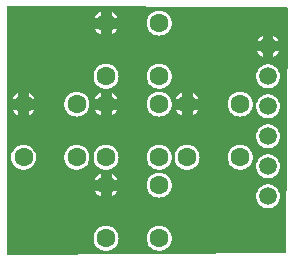
<source format=gbl>
G04 Layer: BottomLayer*
G04 EasyEDA v6.5.47, 2024-09-14 10:47:09*
G04 8a541bcae6964f6aac3218be08962530,df7e7e3c38a3447abd37b529b333d242,10*
G04 Gerber Generator version 0.2*
G04 Scale: 100 percent, Rotated: No, Reflected: No *
G04 Dimensions in millimeters *
G04 leading zeros omitted , absolute positions ,4 integer and 5 decimal *
%FSLAX45Y45*%
%MOMM*%

%ADD10C,1.5000*%
%ADD11C,1.5990*%

%LPD*%
G36*
X1851710Y6807250D02*
G01*
X1847799Y6808012D01*
X1844497Y6810197D01*
X1842262Y6813499D01*
X1841500Y6817410D01*
X1841500Y8905189D01*
X1842262Y8909100D01*
X1844497Y8912402D01*
X1847799Y8914587D01*
X1851710Y8915349D01*
X4206240Y8902750D01*
X4210100Y8901938D01*
X4213402Y8899753D01*
X4215587Y8896451D01*
X4216349Y8892540D01*
X4203750Y6829958D01*
X4202988Y6826097D01*
X4200804Y6822795D01*
X4197502Y6820611D01*
X4193641Y6819849D01*
G37*

%LPC*%
G36*
X3129940Y6841286D02*
G01*
X3143758Y6842201D01*
X3157321Y6844893D01*
X3170428Y6849313D01*
X3182823Y6855459D01*
X3194354Y6863130D01*
X3204768Y6872274D01*
X3213912Y6882688D01*
X3221583Y6894169D01*
X3227730Y6906615D01*
X3232150Y6919722D01*
X3234842Y6933285D01*
X3235756Y6947103D01*
X3234842Y6960920D01*
X3232150Y6974484D01*
X3227730Y6987590D01*
X3221583Y7000036D01*
X3213912Y7011517D01*
X3204768Y7021931D01*
X3194354Y7031075D01*
X3182823Y7038746D01*
X3170428Y7044893D01*
X3157321Y7049363D01*
X3143758Y7052056D01*
X3129940Y7052970D01*
X3116122Y7052056D01*
X3102559Y7049363D01*
X3089402Y7044893D01*
X3077006Y7038746D01*
X3065475Y7031075D01*
X3055112Y7021931D01*
X3045968Y7011517D01*
X3038246Y7000036D01*
X3032150Y6987590D01*
X3027680Y6974484D01*
X3024987Y6960920D01*
X3024073Y6947103D01*
X3024987Y6933285D01*
X3027680Y6919722D01*
X3032150Y6906615D01*
X3038246Y6894169D01*
X3045968Y6882688D01*
X3055112Y6872274D01*
X3065475Y6863130D01*
X3077006Y6855459D01*
X3089402Y6849313D01*
X3102559Y6844893D01*
X3116122Y6842201D01*
G37*
G36*
X2679954Y6841286D02*
G01*
X2693720Y6842201D01*
X2707335Y6844893D01*
X2720441Y6849313D01*
X2732836Y6855459D01*
X2744368Y6863130D01*
X2754782Y6872274D01*
X2763875Y6882688D01*
X2771597Y6894169D01*
X2777693Y6906615D01*
X2782163Y6919722D01*
X2784856Y6933285D01*
X2785770Y6947103D01*
X2784856Y6960920D01*
X2782163Y6974484D01*
X2777693Y6987590D01*
X2771597Y7000036D01*
X2763875Y7011517D01*
X2754782Y7021931D01*
X2744368Y7031075D01*
X2732836Y7038746D01*
X2720441Y7044893D01*
X2707335Y7049363D01*
X2693720Y7052056D01*
X2679954Y7052970D01*
X2666136Y7052056D01*
X2652522Y7049363D01*
X2639415Y7044893D01*
X2627020Y7038746D01*
X2615488Y7031075D01*
X2605074Y7021931D01*
X2595981Y7011517D01*
X2588260Y7000036D01*
X2582164Y6987590D01*
X2577693Y6974484D01*
X2575001Y6960920D01*
X2574086Y6947103D01*
X2575001Y6933285D01*
X2577693Y6919722D01*
X2582164Y6906615D01*
X2588260Y6894169D01*
X2595981Y6882688D01*
X2605074Y6872274D01*
X2615488Y6863130D01*
X2627020Y6855459D01*
X2639415Y6849313D01*
X2652522Y6844893D01*
X2666136Y6842201D01*
G37*
G36*
X4044543Y7201865D02*
G01*
X4058056Y7201865D01*
X4071416Y7203643D01*
X4084370Y7207199D01*
X4096816Y7212482D01*
X4108399Y7219340D01*
X4118965Y7227671D01*
X4128363Y7237374D01*
X4136339Y7248194D01*
X4142790Y7260031D01*
X4147667Y7272629D01*
X4150766Y7285736D01*
X4152137Y7299147D01*
X4151680Y7312609D01*
X4149445Y7325868D01*
X4145432Y7338771D01*
X4139793Y7350963D01*
X4132529Y7362342D01*
X4123842Y7372654D01*
X4113834Y7381697D01*
X4102709Y7389317D01*
X4090670Y7395362D01*
X4077970Y7399781D01*
X4064762Y7402474D01*
X4051300Y7403388D01*
X4037837Y7402474D01*
X4024629Y7399781D01*
X4011929Y7395362D01*
X3999890Y7389317D01*
X3988765Y7381697D01*
X3978757Y7372654D01*
X3970070Y7362342D01*
X3962806Y7350963D01*
X3957167Y7338771D01*
X3953154Y7325868D01*
X3950919Y7312609D01*
X3950462Y7299147D01*
X3951833Y7285736D01*
X3954932Y7272629D01*
X3959809Y7260031D01*
X3966260Y7248194D01*
X3974236Y7237374D01*
X3983634Y7227671D01*
X3994200Y7219340D01*
X4005783Y7212482D01*
X4018229Y7207199D01*
X4031183Y7203643D01*
G37*
G36*
X3129940Y7291273D02*
G01*
X3143758Y7292187D01*
X3157321Y7294880D01*
X3170428Y7299350D01*
X3182823Y7305446D01*
X3194354Y7313168D01*
X3204768Y7322261D01*
X3213912Y7332675D01*
X3221583Y7344206D01*
X3227730Y7356602D01*
X3232150Y7369708D01*
X3234842Y7383272D01*
X3235756Y7397089D01*
X3234842Y7410907D01*
X3232150Y7424521D01*
X3227730Y7437628D01*
X3221583Y7450023D01*
X3213912Y7461554D01*
X3204768Y7471968D01*
X3194354Y7481062D01*
X3182823Y7488783D01*
X3170428Y7494879D01*
X3157321Y7499350D01*
X3143758Y7502042D01*
X3129940Y7502956D01*
X3116122Y7502042D01*
X3102559Y7499350D01*
X3089402Y7494879D01*
X3077006Y7488783D01*
X3065475Y7481062D01*
X3055112Y7471968D01*
X3045968Y7461554D01*
X3038246Y7450023D01*
X3032150Y7437628D01*
X3027680Y7424521D01*
X3024987Y7410907D01*
X3024073Y7397089D01*
X3024987Y7383272D01*
X3027680Y7369708D01*
X3032150Y7356602D01*
X3038246Y7344206D01*
X3045968Y7332675D01*
X3055112Y7322261D01*
X3065475Y7313168D01*
X3077006Y7305446D01*
X3089402Y7299350D01*
X3102559Y7294880D01*
X3116122Y7292187D01*
G37*
G36*
X2633624Y7302195D02*
G01*
X2633624Y7350759D01*
X2585008Y7350759D01*
X2588260Y7344206D01*
X2595981Y7332675D01*
X2605074Y7322261D01*
X2615488Y7313168D01*
X2627020Y7305446D01*
G37*
G36*
X2726232Y7302195D02*
G01*
X2732836Y7305446D01*
X2744368Y7313168D01*
X2754782Y7322261D01*
X2763875Y7332675D01*
X2771597Y7344206D01*
X2774848Y7350759D01*
X2726232Y7350759D01*
G37*
G36*
X2585008Y7443419D02*
G01*
X2633624Y7443419D01*
X2633624Y7492034D01*
X2627020Y7488783D01*
X2615488Y7481062D01*
X2605074Y7471968D01*
X2595981Y7461554D01*
X2588260Y7450023D01*
G37*
G36*
X2726232Y7443419D02*
G01*
X2774848Y7443419D01*
X2771597Y7450023D01*
X2763875Y7461554D01*
X2754782Y7471968D01*
X2744368Y7481062D01*
X2732836Y7488783D01*
X2726232Y7492034D01*
G37*
G36*
X4044543Y7455865D02*
G01*
X4058056Y7455865D01*
X4071416Y7457643D01*
X4084370Y7461199D01*
X4096816Y7466482D01*
X4108399Y7473340D01*
X4118965Y7481671D01*
X4128363Y7491374D01*
X4136339Y7502194D01*
X4142790Y7514031D01*
X4147667Y7526629D01*
X4150766Y7539736D01*
X4152137Y7553147D01*
X4151680Y7566609D01*
X4149445Y7579868D01*
X4145432Y7592771D01*
X4139793Y7604963D01*
X4132529Y7616342D01*
X4123842Y7626654D01*
X4113834Y7635697D01*
X4102709Y7643317D01*
X4090670Y7649362D01*
X4077970Y7653781D01*
X4064762Y7656474D01*
X4051300Y7657388D01*
X4037837Y7656474D01*
X4024629Y7653781D01*
X4011929Y7649362D01*
X3999890Y7643317D01*
X3988765Y7635697D01*
X3978757Y7626654D01*
X3970070Y7616342D01*
X3962806Y7604963D01*
X3957167Y7592771D01*
X3953154Y7579868D01*
X3950919Y7566609D01*
X3950462Y7553147D01*
X3951833Y7539736D01*
X3954932Y7526629D01*
X3959809Y7514031D01*
X3966260Y7502194D01*
X3974236Y7491374D01*
X3983634Y7481671D01*
X3994200Y7473340D01*
X4005783Y7466482D01*
X4018229Y7461199D01*
X4031183Y7457643D01*
G37*
G36*
X1981454Y7527086D02*
G01*
X1995220Y7528001D01*
X2008835Y7530693D01*
X2021941Y7535113D01*
X2034336Y7541259D01*
X2045868Y7548930D01*
X2056282Y7558074D01*
X2065375Y7568488D01*
X2073097Y7579969D01*
X2079193Y7592415D01*
X2083663Y7605522D01*
X2086356Y7619085D01*
X2087270Y7632903D01*
X2086356Y7646720D01*
X2083663Y7660284D01*
X2079193Y7673390D01*
X2073097Y7685836D01*
X2065375Y7697317D01*
X2056282Y7707731D01*
X2045868Y7716875D01*
X2034336Y7724546D01*
X2021941Y7730693D01*
X2008835Y7735163D01*
X1995220Y7737856D01*
X1981454Y7738770D01*
X1967636Y7737856D01*
X1954022Y7735163D01*
X1940915Y7730693D01*
X1928520Y7724546D01*
X1916988Y7716875D01*
X1906574Y7707731D01*
X1897481Y7697317D01*
X1889760Y7685836D01*
X1883664Y7673390D01*
X1879193Y7660284D01*
X1876501Y7646720D01*
X1875586Y7632903D01*
X1876501Y7619085D01*
X1879193Y7605522D01*
X1883664Y7592415D01*
X1889760Y7579969D01*
X1897481Y7568488D01*
X1906574Y7558074D01*
X1916988Y7548930D01*
X1928520Y7541259D01*
X1940915Y7535113D01*
X1954022Y7530693D01*
X1967636Y7528001D01*
G37*
G36*
X2431440Y7527086D02*
G01*
X2445258Y7528001D01*
X2458821Y7530693D01*
X2471928Y7535113D01*
X2484323Y7541259D01*
X2495854Y7548930D01*
X2506268Y7558074D01*
X2515412Y7568488D01*
X2523083Y7579969D01*
X2529230Y7592415D01*
X2533650Y7605522D01*
X2536342Y7619085D01*
X2537256Y7632903D01*
X2536342Y7646720D01*
X2533650Y7660284D01*
X2529230Y7673390D01*
X2523083Y7685836D01*
X2515412Y7697317D01*
X2506268Y7707731D01*
X2495854Y7716875D01*
X2484323Y7724546D01*
X2471928Y7730693D01*
X2458821Y7735163D01*
X2445258Y7737856D01*
X2431440Y7738770D01*
X2417622Y7737856D01*
X2404059Y7735163D01*
X2390902Y7730693D01*
X2378506Y7724546D01*
X2366975Y7716875D01*
X2356612Y7707731D01*
X2347468Y7697317D01*
X2339746Y7685836D01*
X2333650Y7673390D01*
X2329180Y7660284D01*
X2326487Y7646720D01*
X2325573Y7632903D01*
X2326487Y7619085D01*
X2329180Y7605522D01*
X2333650Y7592415D01*
X2339746Y7579969D01*
X2347468Y7568488D01*
X2356612Y7558074D01*
X2366975Y7548930D01*
X2378506Y7541259D01*
X2390902Y7535113D01*
X2404059Y7530693D01*
X2417622Y7528001D01*
G37*
G36*
X3365754Y7527086D02*
G01*
X3379520Y7528001D01*
X3393135Y7530693D01*
X3406241Y7535113D01*
X3418636Y7541259D01*
X3430168Y7548930D01*
X3440582Y7558074D01*
X3449675Y7568488D01*
X3457397Y7579969D01*
X3463493Y7592415D01*
X3467963Y7605522D01*
X3470656Y7619085D01*
X3471570Y7632903D01*
X3470656Y7646720D01*
X3467963Y7660284D01*
X3463493Y7673390D01*
X3457397Y7685836D01*
X3449675Y7697317D01*
X3440582Y7707731D01*
X3430168Y7716875D01*
X3418636Y7724546D01*
X3406241Y7730693D01*
X3393135Y7735163D01*
X3379520Y7737856D01*
X3365754Y7738770D01*
X3351936Y7737856D01*
X3338322Y7735163D01*
X3325215Y7730693D01*
X3312820Y7724546D01*
X3301288Y7716875D01*
X3290874Y7707731D01*
X3281781Y7697317D01*
X3274060Y7685836D01*
X3267964Y7673390D01*
X3263493Y7660284D01*
X3260801Y7646720D01*
X3259886Y7632903D01*
X3260801Y7619085D01*
X3263493Y7605522D01*
X3267964Y7592415D01*
X3274060Y7579969D01*
X3281781Y7568488D01*
X3290874Y7558074D01*
X3301288Y7548930D01*
X3312820Y7541259D01*
X3325215Y7535113D01*
X3338322Y7530693D01*
X3351936Y7528001D01*
G37*
G36*
X3815740Y7527086D02*
G01*
X3829558Y7528001D01*
X3843121Y7530693D01*
X3856228Y7535113D01*
X3868623Y7541259D01*
X3880154Y7548930D01*
X3890568Y7558074D01*
X3899712Y7568488D01*
X3907383Y7579969D01*
X3913530Y7592415D01*
X3917950Y7605522D01*
X3920642Y7619085D01*
X3921556Y7632903D01*
X3920642Y7646720D01*
X3917950Y7660284D01*
X3913530Y7673390D01*
X3907383Y7685836D01*
X3899712Y7697317D01*
X3890568Y7707731D01*
X3880154Y7716875D01*
X3868623Y7724546D01*
X3856228Y7730693D01*
X3843121Y7735163D01*
X3829558Y7737856D01*
X3815740Y7738770D01*
X3801922Y7737856D01*
X3788359Y7735163D01*
X3775201Y7730693D01*
X3762806Y7724546D01*
X3751275Y7716875D01*
X3740912Y7707731D01*
X3731768Y7697317D01*
X3724046Y7685836D01*
X3717950Y7673390D01*
X3713479Y7660284D01*
X3710787Y7646720D01*
X3709873Y7632903D01*
X3710787Y7619085D01*
X3713479Y7605522D01*
X3717950Y7592415D01*
X3724046Y7579969D01*
X3731768Y7568488D01*
X3740912Y7558074D01*
X3751275Y7548930D01*
X3762806Y7541259D01*
X3775201Y7535113D01*
X3788359Y7530693D01*
X3801922Y7528001D01*
G37*
G36*
X3129940Y7527086D02*
G01*
X3143758Y7528001D01*
X3157321Y7530693D01*
X3170428Y7535113D01*
X3182823Y7541259D01*
X3194354Y7548930D01*
X3204768Y7558074D01*
X3213912Y7568488D01*
X3221583Y7579969D01*
X3227730Y7592415D01*
X3232150Y7605522D01*
X3234842Y7619085D01*
X3235756Y7632903D01*
X3234842Y7646720D01*
X3232150Y7660284D01*
X3227730Y7673390D01*
X3221583Y7685836D01*
X3213912Y7697317D01*
X3204768Y7707731D01*
X3194354Y7716875D01*
X3182823Y7724546D01*
X3170428Y7730693D01*
X3157321Y7735163D01*
X3143758Y7737856D01*
X3129940Y7738770D01*
X3116122Y7737856D01*
X3102559Y7735163D01*
X3089402Y7730693D01*
X3077006Y7724546D01*
X3065475Y7716875D01*
X3055112Y7707731D01*
X3045968Y7697317D01*
X3038246Y7685836D01*
X3032150Y7673390D01*
X3027680Y7660284D01*
X3024987Y7646720D01*
X3024073Y7632903D01*
X3024987Y7619085D01*
X3027680Y7605522D01*
X3032150Y7592415D01*
X3038246Y7579969D01*
X3045968Y7568488D01*
X3055112Y7558074D01*
X3065475Y7548930D01*
X3077006Y7541259D01*
X3089402Y7535113D01*
X3102559Y7530693D01*
X3116122Y7528001D01*
G37*
G36*
X2679954Y7527086D02*
G01*
X2693720Y7528001D01*
X2707335Y7530693D01*
X2720441Y7535113D01*
X2732836Y7541259D01*
X2744368Y7548930D01*
X2754782Y7558074D01*
X2763875Y7568488D01*
X2771597Y7579969D01*
X2777693Y7592415D01*
X2782163Y7605522D01*
X2784856Y7619085D01*
X2785770Y7632903D01*
X2784856Y7646720D01*
X2782163Y7660284D01*
X2777693Y7673390D01*
X2771597Y7685836D01*
X2763875Y7697317D01*
X2754782Y7707731D01*
X2744368Y7716875D01*
X2732836Y7724546D01*
X2720441Y7730693D01*
X2707335Y7735163D01*
X2693720Y7737856D01*
X2679954Y7738770D01*
X2666136Y7737856D01*
X2652522Y7735163D01*
X2639415Y7730693D01*
X2627020Y7724546D01*
X2615488Y7716875D01*
X2605074Y7707731D01*
X2595981Y7697317D01*
X2588260Y7685836D01*
X2582164Y7673390D01*
X2577693Y7660284D01*
X2575001Y7646720D01*
X2574086Y7632903D01*
X2575001Y7619085D01*
X2577693Y7605522D01*
X2582164Y7592415D01*
X2588260Y7579969D01*
X2595981Y7568488D01*
X2605074Y7558074D01*
X2615488Y7548930D01*
X2627020Y7541259D01*
X2639415Y7535113D01*
X2652522Y7530693D01*
X2666136Y7528001D01*
G37*
G36*
X4044543Y7709865D02*
G01*
X4058056Y7709865D01*
X4071416Y7711643D01*
X4084370Y7715199D01*
X4096816Y7720482D01*
X4108399Y7727340D01*
X4118965Y7735671D01*
X4128363Y7745374D01*
X4136339Y7756194D01*
X4142790Y7768031D01*
X4147667Y7780629D01*
X4150766Y7793736D01*
X4152137Y7807147D01*
X4151680Y7820609D01*
X4149445Y7833868D01*
X4145432Y7846771D01*
X4139793Y7858963D01*
X4132529Y7870342D01*
X4123842Y7880654D01*
X4113834Y7889697D01*
X4102709Y7897317D01*
X4090670Y7903362D01*
X4077970Y7907781D01*
X4064762Y7910474D01*
X4051300Y7911388D01*
X4037837Y7910474D01*
X4024629Y7907781D01*
X4011929Y7903362D01*
X3999890Y7897317D01*
X3988765Y7889697D01*
X3978757Y7880654D01*
X3970070Y7870342D01*
X3962806Y7858963D01*
X3957167Y7846771D01*
X3953154Y7833868D01*
X3950919Y7820609D01*
X3950462Y7807147D01*
X3951833Y7793736D01*
X3954932Y7780629D01*
X3959809Y7768031D01*
X3966260Y7756194D01*
X3974236Y7745374D01*
X3983634Y7735671D01*
X3994200Y7727340D01*
X4005783Y7720482D01*
X4018229Y7715199D01*
X4031183Y7711643D01*
G37*
G36*
X4044543Y7963865D02*
G01*
X4058056Y7963865D01*
X4071416Y7965643D01*
X4084370Y7969199D01*
X4096816Y7974482D01*
X4108399Y7981340D01*
X4118965Y7989671D01*
X4128363Y7999374D01*
X4136339Y8010194D01*
X4142790Y8022031D01*
X4147667Y8034629D01*
X4150766Y8047736D01*
X4152137Y8061147D01*
X4151680Y8074609D01*
X4149445Y8087868D01*
X4145432Y8100771D01*
X4139793Y8112963D01*
X4132529Y8124342D01*
X4123842Y8134654D01*
X4113834Y8143697D01*
X4102709Y8151317D01*
X4090670Y8157362D01*
X4077970Y8161781D01*
X4064762Y8164474D01*
X4051300Y8165388D01*
X4037837Y8164474D01*
X4024629Y8161781D01*
X4011929Y8157362D01*
X3999890Y8151317D01*
X3988765Y8143697D01*
X3978757Y8134654D01*
X3970070Y8124342D01*
X3962806Y8112963D01*
X3957167Y8100771D01*
X3953154Y8087868D01*
X3950919Y8074609D01*
X3950462Y8061147D01*
X3951833Y8047736D01*
X3954932Y8034629D01*
X3959809Y8022031D01*
X3966260Y8010194D01*
X3974236Y7999374D01*
X3983634Y7989671D01*
X3994200Y7981340D01*
X4005783Y7974482D01*
X4018229Y7969199D01*
X4031183Y7965643D01*
G37*
G36*
X3815740Y7977073D02*
G01*
X3829558Y7977987D01*
X3843121Y7980680D01*
X3856228Y7985150D01*
X3868623Y7991246D01*
X3880154Y7998968D01*
X3890568Y8008061D01*
X3899712Y8018475D01*
X3907383Y8030006D01*
X3913530Y8042402D01*
X3917950Y8055508D01*
X3920642Y8069072D01*
X3921556Y8082889D01*
X3920642Y8096707D01*
X3917950Y8110321D01*
X3913530Y8123428D01*
X3907383Y8135823D01*
X3899712Y8147354D01*
X3890568Y8157768D01*
X3880154Y8166862D01*
X3868623Y8174583D01*
X3856228Y8180679D01*
X3843121Y8185150D01*
X3829558Y8187842D01*
X3815740Y8188756D01*
X3801922Y8187842D01*
X3788359Y8185150D01*
X3775201Y8180679D01*
X3762806Y8174583D01*
X3751275Y8166862D01*
X3740912Y8157768D01*
X3731768Y8147354D01*
X3724046Y8135823D01*
X3717950Y8123428D01*
X3713479Y8110321D01*
X3710787Y8096707D01*
X3709873Y8082889D01*
X3710787Y8069072D01*
X3713479Y8055508D01*
X3717950Y8042402D01*
X3724046Y8030006D01*
X3731768Y8018475D01*
X3740912Y8008061D01*
X3751275Y7998968D01*
X3762806Y7991246D01*
X3775201Y7985150D01*
X3788359Y7980680D01*
X3801922Y7977987D01*
G37*
G36*
X2431440Y7977073D02*
G01*
X2445258Y7977987D01*
X2458821Y7980680D01*
X2471928Y7985150D01*
X2484323Y7991246D01*
X2495854Y7998968D01*
X2506268Y8008061D01*
X2515412Y8018475D01*
X2523083Y8030006D01*
X2529230Y8042402D01*
X2533650Y8055508D01*
X2536342Y8069072D01*
X2537256Y8082889D01*
X2536342Y8096707D01*
X2533650Y8110321D01*
X2529230Y8123428D01*
X2523083Y8135823D01*
X2515412Y8147354D01*
X2506268Y8157768D01*
X2495854Y8166862D01*
X2484323Y8174583D01*
X2471928Y8180679D01*
X2458821Y8185150D01*
X2445258Y8187842D01*
X2431440Y8188756D01*
X2417622Y8187842D01*
X2404059Y8185150D01*
X2390902Y8180679D01*
X2378506Y8174583D01*
X2366975Y8166862D01*
X2356612Y8157768D01*
X2347468Y8147354D01*
X2339746Y8135823D01*
X2333650Y8123428D01*
X2329180Y8110321D01*
X2326487Y8096707D01*
X2325573Y8082889D01*
X2326487Y8069072D01*
X2329180Y8055508D01*
X2333650Y8042402D01*
X2339746Y8030006D01*
X2347468Y8018475D01*
X2356612Y8008061D01*
X2366975Y7998968D01*
X2378506Y7991246D01*
X2390902Y7985150D01*
X2404059Y7980680D01*
X2417622Y7977987D01*
G37*
G36*
X3129940Y7977073D02*
G01*
X3143758Y7977987D01*
X3157321Y7980680D01*
X3170428Y7985150D01*
X3182823Y7991246D01*
X3194354Y7998968D01*
X3204768Y8008061D01*
X3213912Y8018475D01*
X3221583Y8030006D01*
X3227730Y8042402D01*
X3232150Y8055508D01*
X3234842Y8069072D01*
X3235756Y8082889D01*
X3234842Y8096707D01*
X3232150Y8110321D01*
X3227730Y8123428D01*
X3221583Y8135823D01*
X3213912Y8147354D01*
X3204768Y8157768D01*
X3194354Y8166862D01*
X3182823Y8174583D01*
X3170428Y8180679D01*
X3157321Y8185150D01*
X3143758Y8187842D01*
X3129940Y8188756D01*
X3116122Y8187842D01*
X3102559Y8185150D01*
X3089402Y8180679D01*
X3077006Y8174583D01*
X3065475Y8166862D01*
X3055112Y8157768D01*
X3045968Y8147354D01*
X3038246Y8135823D01*
X3032150Y8123428D01*
X3027680Y8110321D01*
X3024987Y8096707D01*
X3024073Y8082889D01*
X3024987Y8069072D01*
X3027680Y8055508D01*
X3032150Y8042402D01*
X3038246Y8030006D01*
X3045968Y8018475D01*
X3055112Y8008061D01*
X3065475Y7998968D01*
X3077006Y7991246D01*
X3089402Y7985150D01*
X3102559Y7980680D01*
X3116122Y7977987D01*
G37*
G36*
X1935124Y7987995D02*
G01*
X1935124Y8036559D01*
X1886508Y8036559D01*
X1889760Y8030006D01*
X1897481Y8018475D01*
X1906574Y8008061D01*
X1916988Y7998968D01*
X1928520Y7991246D01*
G37*
G36*
X3412032Y7987995D02*
G01*
X3418636Y7991246D01*
X3430168Y7998968D01*
X3440582Y8008061D01*
X3449675Y8018475D01*
X3457397Y8030006D01*
X3460648Y8036559D01*
X3412032Y8036559D01*
G37*
G36*
X2633624Y7987995D02*
G01*
X2633624Y8036559D01*
X2585008Y8036559D01*
X2588260Y8030006D01*
X2595981Y8018475D01*
X2605074Y8008061D01*
X2615488Y7998968D01*
X2627020Y7991246D01*
G37*
G36*
X2027732Y7987995D02*
G01*
X2034336Y7991246D01*
X2045868Y7998968D01*
X2056282Y8008061D01*
X2065375Y8018475D01*
X2073097Y8030006D01*
X2076348Y8036559D01*
X2027732Y8036559D01*
G37*
G36*
X2726232Y7987995D02*
G01*
X2732836Y7991246D01*
X2744368Y7998968D01*
X2754782Y8008061D01*
X2763875Y8018475D01*
X2771597Y8030006D01*
X2774848Y8036559D01*
X2726232Y8036559D01*
G37*
G36*
X3319424Y7987995D02*
G01*
X3319424Y8036559D01*
X3270808Y8036559D01*
X3274060Y8030006D01*
X3281781Y8018475D01*
X3290874Y8008061D01*
X3301288Y7998968D01*
X3312820Y7991246D01*
G37*
G36*
X1886508Y8129219D02*
G01*
X1935124Y8129219D01*
X1935124Y8177834D01*
X1928520Y8174583D01*
X1916988Y8166862D01*
X1906574Y8157768D01*
X1897481Y8147354D01*
X1889760Y8135823D01*
G37*
G36*
X3412032Y8129219D02*
G01*
X3460648Y8129219D01*
X3457397Y8135823D01*
X3449675Y8147354D01*
X3440582Y8157768D01*
X3430168Y8166862D01*
X3418636Y8174583D01*
X3412032Y8177834D01*
G37*
G36*
X2585008Y8129219D02*
G01*
X2633624Y8129219D01*
X2633624Y8177834D01*
X2627020Y8174583D01*
X2615488Y8166862D01*
X2605074Y8157768D01*
X2595981Y8147354D01*
X2588260Y8135823D01*
G37*
G36*
X2027732Y8129219D02*
G01*
X2076348Y8129219D01*
X2073097Y8135823D01*
X2065375Y8147354D01*
X2056282Y8157768D01*
X2045868Y8166862D01*
X2034336Y8174583D01*
X2027732Y8177834D01*
G37*
G36*
X2726232Y8129219D02*
G01*
X2774848Y8129219D01*
X2771597Y8135823D01*
X2763875Y8147354D01*
X2754782Y8157768D01*
X2744368Y8166862D01*
X2732836Y8174583D01*
X2726232Y8177834D01*
G37*
G36*
X3270808Y8129219D02*
G01*
X3319424Y8129219D01*
X3319424Y8177834D01*
X3312820Y8174583D01*
X3301288Y8166862D01*
X3290874Y8157768D01*
X3281781Y8147354D01*
X3274060Y8135823D01*
G37*
G36*
X3129940Y8212886D02*
G01*
X3143758Y8213801D01*
X3157321Y8216493D01*
X3170428Y8220913D01*
X3182823Y8227059D01*
X3194354Y8234730D01*
X3204768Y8243874D01*
X3213912Y8254288D01*
X3221583Y8265769D01*
X3227730Y8278215D01*
X3232150Y8291322D01*
X3234842Y8304885D01*
X3235756Y8318703D01*
X3234842Y8332520D01*
X3232150Y8346084D01*
X3227730Y8359190D01*
X3221583Y8371636D01*
X3213912Y8383117D01*
X3204768Y8393531D01*
X3194354Y8402675D01*
X3182823Y8410346D01*
X3170428Y8416493D01*
X3157321Y8420963D01*
X3143758Y8423656D01*
X3129940Y8424570D01*
X3116122Y8423656D01*
X3102559Y8420963D01*
X3089402Y8416493D01*
X3077006Y8410346D01*
X3065475Y8402675D01*
X3055112Y8393531D01*
X3045968Y8383117D01*
X3038246Y8371636D01*
X3032150Y8359190D01*
X3027680Y8346084D01*
X3024987Y8332520D01*
X3024073Y8318703D01*
X3024987Y8304885D01*
X3027680Y8291322D01*
X3032150Y8278215D01*
X3038246Y8265769D01*
X3045968Y8254288D01*
X3055112Y8243874D01*
X3065475Y8234730D01*
X3077006Y8227059D01*
X3089402Y8220913D01*
X3102559Y8216493D01*
X3116122Y8213801D01*
G37*
G36*
X2679954Y8212886D02*
G01*
X2693720Y8213801D01*
X2707335Y8216493D01*
X2720441Y8220913D01*
X2732836Y8227059D01*
X2744368Y8234730D01*
X2754782Y8243874D01*
X2763875Y8254288D01*
X2771597Y8265769D01*
X2777693Y8278215D01*
X2782163Y8291322D01*
X2784856Y8304885D01*
X2785770Y8318703D01*
X2784856Y8332520D01*
X2782163Y8346084D01*
X2777693Y8359190D01*
X2771597Y8371636D01*
X2763875Y8383117D01*
X2754782Y8393531D01*
X2744368Y8402675D01*
X2732836Y8410346D01*
X2720441Y8416493D01*
X2707335Y8420963D01*
X2693720Y8423656D01*
X2679954Y8424570D01*
X2666136Y8423656D01*
X2652522Y8420963D01*
X2639415Y8416493D01*
X2627020Y8410346D01*
X2615488Y8402675D01*
X2605074Y8393531D01*
X2595981Y8383117D01*
X2588260Y8371636D01*
X2582164Y8359190D01*
X2577693Y8346084D01*
X2575001Y8332520D01*
X2574086Y8318703D01*
X2575001Y8304885D01*
X2577693Y8291322D01*
X2582164Y8278215D01*
X2588260Y8265769D01*
X2595981Y8254288D01*
X2605074Y8243874D01*
X2615488Y8234730D01*
X2627020Y8227059D01*
X2639415Y8220913D01*
X2652522Y8216493D01*
X2666136Y8213801D01*
G37*
G36*
X4044543Y8217865D02*
G01*
X4058056Y8217865D01*
X4071416Y8219643D01*
X4084370Y8223199D01*
X4096816Y8228482D01*
X4108399Y8235340D01*
X4118965Y8243671D01*
X4128363Y8253374D01*
X4136339Y8264194D01*
X4142790Y8276031D01*
X4147667Y8288629D01*
X4150766Y8301736D01*
X4152137Y8315147D01*
X4151680Y8328609D01*
X4149445Y8341868D01*
X4145432Y8354771D01*
X4139793Y8366963D01*
X4132529Y8378342D01*
X4123842Y8388654D01*
X4113834Y8397697D01*
X4102709Y8405317D01*
X4090670Y8411362D01*
X4077970Y8415782D01*
X4064762Y8418474D01*
X4051300Y8419388D01*
X4037837Y8418474D01*
X4024629Y8415782D01*
X4011929Y8411362D01*
X3999890Y8405317D01*
X3988765Y8397697D01*
X3978757Y8388654D01*
X3970070Y8378342D01*
X3962806Y8366963D01*
X3957167Y8354771D01*
X3953154Y8341868D01*
X3950919Y8328609D01*
X3950462Y8315147D01*
X3951833Y8301736D01*
X3954932Y8288629D01*
X3959809Y8276031D01*
X3966260Y8264194D01*
X3974236Y8253374D01*
X3983634Y8243671D01*
X3994200Y8235340D01*
X4005783Y8228482D01*
X4018229Y8223199D01*
X4031183Y8219643D01*
G37*
G36*
X4007459Y8481771D02*
G01*
X4007459Y8528659D01*
X3960571Y8528659D01*
X3966260Y8518194D01*
X3974236Y8507374D01*
X3983634Y8497671D01*
X3994200Y8489340D01*
X4005783Y8482482D01*
G37*
G36*
X4095140Y8481771D02*
G01*
X4096816Y8482482D01*
X4108399Y8489340D01*
X4118965Y8497671D01*
X4128363Y8507374D01*
X4136339Y8518194D01*
X4142028Y8528659D01*
X4095140Y8528659D01*
G37*
G36*
X3960672Y8616340D02*
G01*
X4007459Y8616340D01*
X4007459Y8663127D01*
X3999890Y8659317D01*
X3988765Y8651697D01*
X3978757Y8642654D01*
X3970070Y8632342D01*
X3962806Y8620963D01*
G37*
G36*
X4095140Y8616340D02*
G01*
X4141927Y8616340D01*
X4139793Y8620963D01*
X4132529Y8632342D01*
X4123842Y8642654D01*
X4113834Y8651697D01*
X4102709Y8659317D01*
X4095140Y8663127D01*
G37*
G36*
X3129940Y8662873D02*
G01*
X3143758Y8663787D01*
X3157321Y8666480D01*
X3170428Y8670950D01*
X3182823Y8677046D01*
X3194354Y8684768D01*
X3204768Y8693861D01*
X3213912Y8704275D01*
X3221583Y8715806D01*
X3227730Y8728202D01*
X3232150Y8741308D01*
X3234842Y8754872D01*
X3235756Y8768689D01*
X3234842Y8782507D01*
X3232150Y8796121D01*
X3227730Y8809228D01*
X3221583Y8821623D01*
X3213912Y8833154D01*
X3204768Y8843568D01*
X3194354Y8852662D01*
X3182823Y8860383D01*
X3170428Y8866479D01*
X3157321Y8870950D01*
X3143758Y8873642D01*
X3129940Y8874556D01*
X3116122Y8873642D01*
X3102559Y8870950D01*
X3089402Y8866479D01*
X3077006Y8860383D01*
X3065475Y8852662D01*
X3055112Y8843568D01*
X3045968Y8833154D01*
X3038246Y8821623D01*
X3032150Y8809228D01*
X3027680Y8796121D01*
X3024987Y8782507D01*
X3024073Y8768689D01*
X3024987Y8754872D01*
X3027680Y8741308D01*
X3032150Y8728202D01*
X3038246Y8715806D01*
X3045968Y8704275D01*
X3055112Y8693861D01*
X3065475Y8684768D01*
X3077006Y8677046D01*
X3089402Y8670950D01*
X3102559Y8666480D01*
X3116122Y8663787D01*
G37*
G36*
X2726232Y8673795D02*
G01*
X2732836Y8677046D01*
X2744368Y8684768D01*
X2754782Y8693861D01*
X2763875Y8704275D01*
X2771597Y8715806D01*
X2774848Y8722360D01*
X2726232Y8722360D01*
G37*
G36*
X2633624Y8673795D02*
G01*
X2633624Y8722360D01*
X2585008Y8722360D01*
X2588260Y8715806D01*
X2595981Y8704275D01*
X2605074Y8693861D01*
X2615488Y8684768D01*
X2627020Y8677046D01*
G37*
G36*
X2726232Y8815019D02*
G01*
X2774848Y8815019D01*
X2771597Y8821623D01*
X2763875Y8833154D01*
X2754782Y8843568D01*
X2744368Y8852662D01*
X2732836Y8860383D01*
X2726232Y8863634D01*
G37*
G36*
X2585008Y8815019D02*
G01*
X2633624Y8815019D01*
X2633624Y8863634D01*
X2627020Y8860383D01*
X2615488Y8852662D01*
X2605074Y8843568D01*
X2595981Y8833154D01*
X2588260Y8821623D01*
G37*

%LPD*%
D10*
G01*
X4051300Y7302500D03*
G01*
X4051300Y7556500D03*
G01*
X4051300Y7810500D03*
G01*
X4051300Y8064500D03*
G01*
X4051300Y8318500D03*
G01*
X4051300Y8572500D03*
D11*
G01*
X2679928Y8768714D03*
G01*
X3129915Y8768714D03*
G01*
X2679928Y8318703D03*
G01*
X3129915Y8318703D03*
G01*
X3365728Y8082914D03*
G01*
X3815715Y8082914D03*
G01*
X3365728Y7632903D03*
G01*
X3815715Y7632903D03*
G01*
X2679928Y8082914D03*
G01*
X3129915Y8082914D03*
G01*
X2679928Y7632903D03*
G01*
X3129915Y7632903D03*
G01*
X1981428Y8082914D03*
G01*
X2431415Y8082914D03*
G01*
X1981428Y7632903D03*
G01*
X2431415Y7632903D03*
G01*
X2679928Y7397114D03*
G01*
X3129915Y7397114D03*
G01*
X2679928Y6947103D03*
G01*
X3129915Y6947103D03*
M02*

</source>
